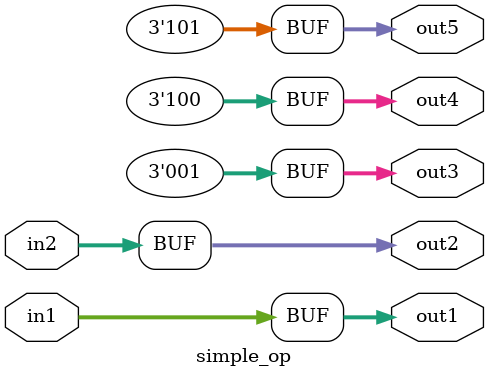
<source format=v>
module simple_op(in1,in2,out1,out2,out3,out4,out5);
    input [2:0] in1;
    input [2:0] in2;
    output reg [2:0] out1;
    output reg [2:0] out2;
    output reg [2:0] out3;
    output reg [2:0] out4;
    output reg [2:0] out5;

    initial
        out1 = in1;

    initial begin
            out2 = in2;
        #10 out3 = 3'b001;
    end

    initial begin
        #20 out4 = 3'b100;
        #30 out5 = 3'b101;
    end
    
endmodule 
</source>
